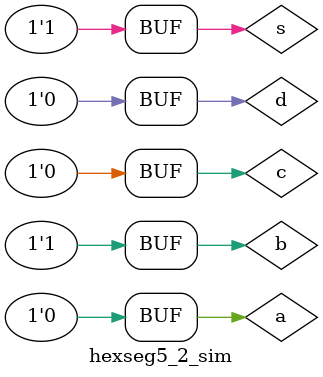
<source format=v>
module hexseg5_2_sim (
    
);
    reg a=3'b000,b=3'b001,c=3'b010,d=3'b100,s=2'b00;
    wire [6:0]  segs;
    hexseg5_2 h(a,b,c,d,s,segs);
    initial begin
        #100
        s=2'b01;
        #100
        s=2'b10;
        #100
        s=2'b11;
    end
endmodule
</source>
